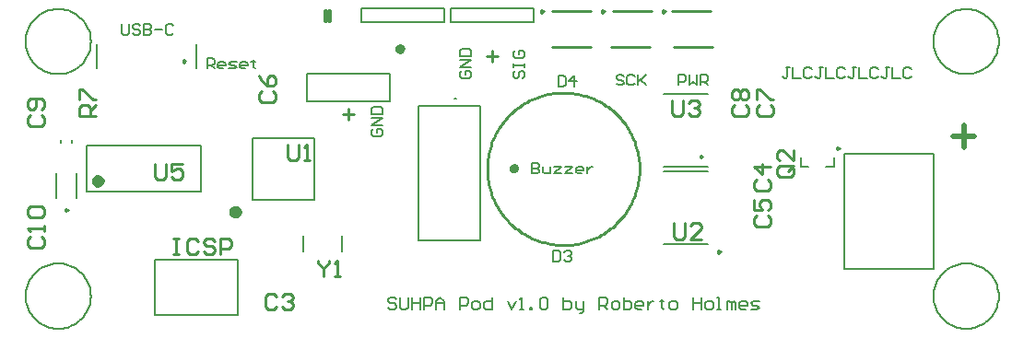
<source format=gto>
%FSTAX23Y23*%
%MOIN*%
%SFA1B1*%

%IPPOS*%
%ADD10C,0.009840*%
%ADD11C,0.023620*%
%ADD12C,0.019680*%
%ADD13C,0.010000*%
%ADD14C,0.007870*%
%ADD15C,0.008000*%
%ADD16C,0.015750*%
%ADD17C,0.005000*%
%LNpod-1*%
%LPD*%
G54D10*
X02459Y00635D02*
X02452Y00639D01*
Y0063*
X02459Y00635*
X02524Y0029D02*
X02517Y00294D01*
Y00285*
X02524Y0029*
X00277Y00547D02*
X0027Y00551D01*
Y00542*
X00277Y00547*
X00769Y00425D02*
X00762Y00429D01*
Y0042*
X00769Y00425*
X02954Y00664D02*
X02947Y00668D01*
Y0066*
X02954Y00664*
X00589Y0098D02*
X00582Y00984D01*
Y00975*
X00589Y0098*
X00164Y00442D02*
X00157Y00446D01*
Y00438*
X00164Y00442*
X01679Y00999D02*
X01719D01*
X01699Y01019D02*
Y00979D01*
X01159Y00789D02*
X01199D01*
X01179Y00809D02*
Y00769D01*
G54D11*
X00284Y00547D02*
X0028Y00556D01*
X0027Y00558*
X00262Y00552*
Y00542*
X0027Y00535*
X0028Y00538*
X00284Y00547*
X00781Y00435D02*
X00777Y00444D01*
X00767Y00446*
X00759Y0044*
Y00429*
X00767Y00423*
X00777Y00425*
X00781Y00435*
G54D12*
X01374Y01023D02*
X01369Y01031D01*
X0136Y01028*
Y01019*
X01369Y01016*
X01374Y01023*
X01787Y0059D02*
X01781Y00598D01*
X01773Y00595*
Y00585*
X01781Y00583*
X01787Y0059*
X03364Y00709D02*
X03443D01*
X03404Y00748D02*
Y00669D01*
G54D13*
X02232Y0059D02*
X02232Y006D01*
X02231Y0061*
X0223Y0062*
X02229Y0063*
X02227Y0064*
X02225Y0065*
X02223Y00659*
X0222Y00669*
X02217Y00679*
X02214Y00688*
X0221Y00697*
X02206Y00706*
X02202Y00715*
X02197Y00724*
X02192Y00733*
X02187Y00741*
X02181Y0075*
X02175Y00758*
X02169Y00765*
X02162Y00773*
X02155Y0078*
X02148Y00788*
X02141Y00794*
X02134Y00801*
X02126Y00807*
X02118Y00813*
X0211Y00819*
X02101Y00824*
X02093Y0083*
X02084Y00834*
X02075Y00839*
X02066Y00843*
X02056Y00847*
X02047Y0085*
X02038Y00853*
X02028Y00856*
X02018Y00859*
X02008Y00861*
X01999Y00862*
X01989Y00864*
X01979Y00865*
X01969Y00865*
X01959Y00866*
X01949Y00866*
X01939Y00865*
X01929Y00864*
X01919Y00863*
X01909Y00862*
X01899Y0086*
X01889Y00857*
X0188Y00855*
X0187Y00852*
X01861Y00849*
X01851Y00845*
X01842Y00841*
X01833Y00837*
X01824Y00832*
X01816Y00827*
X01807Y00822*
X01799Y00816*
X01791Y0081*
X01783Y00804*
X01775Y00798*
X01768Y00791*
X0176Y00784*
X01754Y00777*
X01747Y00769*
X01741Y00762*
X01734Y00754*
X01729Y00745*
X01723Y00737*
X01718Y00729*
X01713Y0072*
X01709Y00711*
X01704Y00702*
X017Y00693*
X01697Y00683*
X01694Y00674*
X01691Y00664*
X01688Y00655*
X01686Y00645*
X01684Y00635*
X01683Y00625*
X01682Y00615*
X01681Y00605*
X01681Y00595*
Y00585*
X01681Y00575*
X01682Y00565*
X01683Y00555*
X01684Y00545*
X01686Y00535*
X01688Y00526*
X01691Y00516*
X01694Y00506*
X01697Y00497*
X017Y00487*
X01704Y00478*
X01709Y00469*
X01713Y0046*
X01718Y00452*
X01723Y00443*
X01729Y00435*
X01734Y00426*
X01741Y00419*
X01747Y00411*
X01754Y00403*
X0176Y00396*
X01768Y00389*
X01775Y00382*
X01783Y00376*
X01791Y0037*
X01799Y00364*
X01807Y00358*
X01816Y00353*
X01824Y00348*
X01833Y00343*
X01842Y00339*
X01851Y00335*
X01861Y00332*
X0187Y00328*
X0188Y00325*
X01889Y00323*
X01899Y0032*
X01909Y00319*
X01919Y00317*
X01929Y00316*
X01939Y00315*
X01949Y00315*
X01959Y00314*
X01969Y00315*
X01979Y00315*
X01989Y00316*
X01999Y00318*
X02008Y00319*
X02018Y00322*
X02028Y00324*
X02038Y00327*
X02047Y0033*
X02056Y00333*
X02066Y00337*
X02075Y00341*
X02084Y00346*
X02093Y00351*
X02101Y00356*
X0211Y00361*
X02118Y00367*
X02126Y00373*
X02134Y00379*
X02141Y00386*
X02148Y00393*
X02155Y004*
X02162Y00407*
X02169Y00415*
X02175Y00422*
X02181Y00431*
X02187Y00439*
X02192Y00447*
X02197Y00456*
X02202Y00465*
X02206Y00474*
X0221Y00483*
X02214Y00492*
X02217Y00502*
X0222Y00511*
X02223Y00521*
X02225Y0053*
X02227Y0054*
X02229Y0055*
X0223Y0056*
X02231Y0057*
X02232Y0058*
X02232Y0059*
X01884Y0116D02*
X01877Y01163D01*
Y01156*
X01884Y0116*
X02324D02*
X02317Y01163D01*
Y01156*
X02324Y0116*
X02104D02*
X02097Y01163D01*
Y01156*
X02104Y0116*
X02355Y0103D02*
X02494D01*
X0213D02*
X0227D01*
X01915Y0116D02*
X02054D01*
X01915Y0103D02*
X02054D01*
X0235Y0116D02*
X0249D01*
X02135D02*
X02275D01*
X0107Y00259D02*
Y00249D01*
X0109Y0023*
X0111Y00249*
Y00259*
X0109Y0023D02*
Y002D01*
X01129D02*
X01149D01*
X01139*
Y00259*
X01129Y00249*
X02779Y006D02*
X0274D01*
X0273Y0059*
Y0057*
X0274Y0056*
X02779*
X02789Y0057*
Y0059*
X0277Y0058D02*
X02789Y006D01*
Y0059D02*
X02779Y006D01*
X02789Y00659D02*
Y0062D01*
X0275Y00659*
X0274*
X0273Y00649*
Y00629*
X0274Y0062*
X02355Y00394D02*
Y00345D01*
X02365Y00335*
X02385*
X02395Y00345*
Y00394*
X02454Y00335D02*
X02415D01*
X02454Y00375*
Y00384*
X02444Y00394*
X02424*
X02415Y00384*
X02655Y0042D02*
X02645Y0041D01*
Y0039*
X02655Y0038*
X02694*
X02704Y0039*
Y0041*
X02694Y0042*
X02645Y00479D02*
Y0044D01*
X02675*
X02665Y00459*
Y00469*
X02675Y00479*
X02694*
X02704Y00469*
Y00449*
X02694Y0044*
X02655Y0055D02*
X02645Y0054D01*
Y0052*
X02655Y0051*
X02694*
X02704Y0052*
Y0054*
X02694Y0055*
X02704Y00599D02*
X02645D01*
X02675Y0057*
Y00609*
X0235Y00839D02*
Y0079D01*
X0236Y0078*
X0238*
X0239Y0079*
Y00839*
X0241Y00829D02*
X02419Y00839D01*
X02439*
X02449Y00829*
Y0082*
X02439Y0081*
X02429*
X02439*
X02449Y008*
Y0079*
X02439Y0078*
X02419*
X0241Y0079*
X02575Y0082D02*
X02565Y0081D01*
Y0079*
X02575Y0078*
X02614*
X02624Y0079*
Y0081*
X02614Y0082*
X02575Y0084D02*
X02565Y00849D01*
Y00869*
X02575Y00879*
X02585*
X02595Y00869*
X02605Y00879*
X02614*
X02624Y00869*
Y00849*
X02614Y0084*
X02605*
X02595Y00849*
X02585Y0084*
X02575*
X02595Y00849D02*
Y00869D01*
X02665Y0082D02*
X02655Y0081D01*
Y0079*
X02665Y0078*
X02704*
X02714Y0079*
Y0081*
X02704Y0082*
X02655Y0084D02*
Y00879D01*
X02665*
X02704Y0084*
X02714*
X0003Y00345D02*
X0002Y00335D01*
Y00315*
X0003Y00305*
X00069*
X00079Y00315*
Y00335*
X00069Y00345*
X00079Y00365D02*
Y00385D01*
Y00375*
X0002*
X0003Y00365*
Y00414D02*
X0002Y00424D01*
Y00444*
X0003Y00454*
X00069*
X00079Y00444*
Y00424*
X00069Y00414*
X0003*
Y00785D02*
X0002Y00775D01*
Y00755*
X0003Y00745*
X00069*
X00079Y00755*
Y00775*
X00069Y00785*
Y00805D02*
X00079Y00814D01*
Y00834*
X00069Y00844*
X0003*
X0002Y00834*
Y00814*
X0003Y00805*
X0004*
X0005Y00814*
Y00844*
X0048Y00609D02*
Y0056D01*
X0049Y0055*
X0051*
X0052Y0056*
Y00609*
X00579D02*
X0054D01*
Y0058*
X00559Y0059*
X00569*
X00579Y0058*
Y0056*
X00569Y0055*
X00549*
X0054Y0056*
X0096Y00679D02*
Y0063D01*
X0097Y0062*
X0099*
X01Y0063*
Y00679*
X01019Y0062D02*
X01039D01*
X01029*
Y00679*
X01019Y00669*
X00264Y0078D02*
X00205D01*
Y0081*
X00215Y0082*
X00235*
X00245Y0081*
Y0078*
Y008D02*
X00264Y0082D01*
X00205Y0084D02*
Y00879D01*
X00215*
X00254Y0084*
X00264*
X00545Y00339D02*
X00565D01*
X00555*
Y0028*
X00545*
X00565*
X00635Y00329D02*
X00625Y00339D01*
X00605*
X00595Y00329*
Y0029*
X00605Y0028*
X00625*
X00635Y0029*
X00694Y00329D02*
X00684Y00339D01*
X00665*
X00655Y00329*
Y0032*
X00665Y0031*
X00684*
X00694Y003*
Y0029*
X00684Y0028*
X00665*
X00655Y0029*
X00714Y0028D02*
Y00339D01*
X00744*
X00754Y00329*
Y0031*
X00744Y003*
X00714*
X00865Y0087D02*
X00855Y0086D01*
Y0084*
X00865Y0083*
X00904*
X00914Y0084*
Y0086*
X00904Y0087*
X00855Y00929D02*
X00865Y00909D01*
X00885Y0089*
X00904*
X00914Y00899*
Y00919*
X00904Y00929*
X00895*
X00885Y00919*
Y0089*
X0092Y00129D02*
X0091Y00139D01*
X0089*
X0088Y00129*
Y0009*
X0089Y0008*
X0091*
X0092Y0009*
X0094Y00129D02*
X00949Y00139D01*
X00969*
X00979Y00129*
Y0012*
X00969Y0011*
X00959*
X00969*
X00979Y001*
Y0009*
X00969Y0008*
X00949*
X0094Y0009*
G54D14*
X01568Y00843D02*
X01561D01*
X01568*
X00248Y01051D02*
X00247Y01061D01*
X00246Y01071*
X00244Y0108*
X00241Y0109*
X00237Y01099*
X00233Y01108*
X00227Y01117*
X00221Y01125*
X00215Y01132*
X00207Y01139*
X002Y01146*
X00191Y01151*
X00183Y01156*
X00173Y0116*
X00164Y01164*
X00154Y01166*
X00144Y01168*
X00134Y01169*
X00124*
X00114Y01168*
X00105Y01166*
X00095Y01164*
X00085Y0116*
X00076Y01156*
X00067Y01151*
X00059Y01146*
X00051Y01139*
X00044Y01132*
X00038Y01125*
X00032Y01117*
X00026Y01108*
X00022Y01099*
X00018Y0109*
X00015Y0108*
X00013Y01071*
X00012Y01061*
X00011Y01051*
X00012Y01041*
X00013Y01031*
X00015Y01021*
X00018Y01011*
X00022Y01002*
X00026Y00993*
X00032Y00985*
X00038Y00976*
X00044Y00969*
X00051Y00962*
X00059Y00956*
X00068Y0095*
X00076Y00945*
X00085Y00941*
X00095Y00938*
X00105Y00935*
X00114Y00934*
X00124Y00933*
X00134*
X00144Y00934*
X00154Y00935*
X00164Y00938*
X00173Y00941*
X00183Y00945*
X00191Y0095*
X002Y00956*
X00207Y00962*
X00215Y00969*
X00221Y00976*
X00227Y00985*
X00233Y00993*
X00237Y01002*
X00241Y01011*
X00244Y01021*
X00246Y01031*
X00247Y01041*
X00248Y01051*
X0232Y00581D02*
X0248D01*
X0232Y00318D02*
X0248D01*
X01155Y00291D02*
Y00348D01*
X01014Y00291D02*
Y00348D01*
X0232Y00861D02*
X0248D01*
X0232Y00598D02*
X0248D01*
X02973Y00229D02*
X03296D01*
X02973D02*
Y00646D01*
X03296*
Y00229D02*
Y00646D01*
X00646Y00507D02*
Y00673D01*
X00233Y00507D02*
Y00673D01*
X00646*
X00233Y00507D02*
X00646D01*
X01057Y00478D02*
Y00702D01*
X00832Y00478D02*
Y00702D01*
X01057*
X00832Y00478D02*
X01057D01*
X02934Y00597D02*
Y00632D01*
X02906Y00597D02*
X02934D01*
X02815D02*
Y00632D01*
Y00597D02*
X02843D01*
X0155Y0117D02*
X0185D01*
X0155Y0112D02*
Y0117D01*
X0185Y0112D02*
Y0117D01*
X0155Y0112D02*
X0185D01*
X01225Y0117D02*
X01525D01*
X01225Y0112D02*
Y0117D01*
X01525Y0112D02*
Y0117D01*
X01225Y0112D02*
X01525D01*
X0103Y00835D02*
X0133D01*
Y00935*
X0103D02*
X0133D01*
X0103Y00835D02*
Y00935D01*
X0027Y00955D02*
Y01041D01*
X00629Y00955D02*
Y01041D01*
X0048Y0006D02*
Y0026D01*
X0078Y0006D02*
Y0026D01*
X0048Y0006D02*
X0078D01*
X0048Y0026D02*
X0078D01*
X0048D02*
X00671D01*
X00139Y00685D02*
Y00694D01*
X0018Y00685D02*
Y00694D01*
X00196Y00484D02*
Y00575D01*
X00123Y00484D02*
Y00575D01*
G54D15*
X03531Y01051D02*
X03531Y01061D01*
X03529Y01071*
X03527Y0108*
X03524Y0109*
X03521Y01099*
X03516Y01108*
X03511Y01117*
X03505Y01125*
X03498Y01132*
X03491Y01139*
X03483Y01146*
X03475Y01151*
X03466Y01156*
X03457Y0116*
X03447Y01164*
X03438Y01166*
X03428Y01168*
X03418Y01169*
X03408*
X03398Y01168*
X03388Y01166*
X03378Y01164*
X03369Y0116*
X0336Y01156*
X03351Y01151*
X03343Y01146*
X03335Y01139*
X03328Y01132*
X03321Y01125*
X03315Y01117*
X0331Y01108*
X03305Y01099*
X03302Y0109*
X03299Y0108*
X03296Y01071*
X03295Y01061*
X03295Y01051*
X03295Y01041*
X03296Y01031*
X03299Y01021*
X03302Y01011*
X03305Y01002*
X0331Y00993*
X03315Y00985*
X03321Y00976*
X03328Y00969*
X03335Y00962*
X03343Y00956*
X03351Y0095*
X0336Y00945*
X03369Y00941*
X03378Y00938*
X03388Y00935*
X03398Y00934*
X03408Y00933*
X03418*
X03428Y00934*
X03438Y00935*
X03447Y00938*
X03457Y00941*
X03466Y00945*
X03475Y0095*
X03483Y00956*
X03491Y00962*
X03498Y00969*
X03505Y00976*
X03511Y00985*
X03516Y00993*
X03521Y01002*
X03524Y01011*
X03527Y01021*
X03529Y01031*
X03531Y01041*
X03531Y01051*
Y00129D02*
X03531Y00139D01*
X03529Y00149*
X03527Y00159*
X03524Y00169*
X03521Y00178*
X03516Y00187*
X03511Y00196*
X03505Y00204*
X03498Y00211*
X03491Y00218*
X03483Y00224*
X03475Y0023*
X03466Y00235*
X03457Y00239*
X03447Y00242*
X03438Y00245*
X03428Y00247*
X03418Y00247*
X03408*
X03398Y00247*
X03388Y00245*
X03378Y00242*
X03369Y00239*
X0336Y00235*
X03351Y0023*
X03343Y00224*
X03335Y00218*
X03328Y00211*
X03321Y00204*
X03315Y00196*
X0331Y00187*
X03305Y00178*
X03302Y00169*
X03299Y00159*
X03296Y00149*
X03295Y00139*
X03295Y00129*
X03295Y00119*
X03296Y00109*
X03299Y001*
X03302Y0009*
X03305Y00081*
X0331Y00072*
X03315Y00063*
X03321Y00055*
X03328Y00048*
X03335Y00041*
X03343Y00034*
X03351Y00029*
X0336Y00024*
X03369Y0002*
X03378Y00016*
X03388Y00014*
X03398Y00012*
X03408Y00011*
X03418*
X03428Y00012*
X03438Y00014*
X03447Y00016*
X03457Y0002*
X03466Y00024*
X03475Y00029*
X03483Y00034*
X03491Y00041*
X03498Y00048*
X03505Y00055*
X03511Y00063*
X03516Y00072*
X03521Y00081*
X03524Y0009*
X03527Y001*
X03529Y00109*
X03531Y00119*
X03531Y00129*
X00248D02*
X00247Y00139D01*
X00246Y00149*
X00244Y00159*
X00241Y00169*
X00237Y00178*
X00233Y00187*
X00227Y00196*
X00221Y00204*
X00215Y00211*
X00207Y00218*
X002Y00224*
X00191Y0023*
X00183Y00235*
X00173Y00239*
X00164Y00242*
X00154Y00245*
X00144Y00247*
X00134Y00247*
X00124*
X00114Y00247*
X00105Y00245*
X00095Y00242*
X00085Y00239*
X00076Y00235*
X00067Y0023*
X00059Y00224*
X00051Y00218*
X00044Y00211*
X00038Y00204*
X00032Y00196*
X00026Y00187*
X00022Y00178*
X00018Y00169*
X00015Y00159*
X00013Y00149*
X00012Y00139*
X00011Y00129*
X00012Y00119*
X00013Y00109*
X00015Y001*
X00018Y0009*
X00022Y00081*
X00026Y00072*
X00032Y00063*
X00038Y00055*
X00044Y00048*
X00051Y00041*
X00059Y00034*
X00068Y00029*
X00076Y00024*
X00085Y0002*
X00095Y00016*
X00105Y00014*
X00114Y00012*
X00124Y00011*
X00134*
X00144Y00012*
X00154Y00014*
X00164Y00016*
X00173Y0002*
X00183Y00024*
X00191Y00029*
X002Y00034*
X00207Y00041*
X00215Y00048*
X00221Y00055*
X00227Y00063*
X00233Y00072*
X00237Y00081*
X00241Y0009*
X00244Y001*
X00246Y00109*
X00247Y00119*
X00248Y00129*
X0036Y01114D02*
Y0108D01*
X00366Y01074*
X0038*
X00386Y0108*
Y01114*
X00426Y01107D02*
X0042Y01114D01*
X00406*
X004Y01107*
Y011*
X00406Y01094*
X0042*
X00426Y01087*
Y0108*
X0042Y01074*
X00406*
X004Y0108*
X0044Y01114D02*
Y01074D01*
X0046*
X00466Y0108*
Y01087*
X0046Y01094*
X0044*
X0046*
X00466Y011*
Y01107*
X0046Y01114*
X0044*
X0048Y01094D02*
X00506D01*
X00546Y01107D02*
X0054Y01114D01*
X00526*
X0052Y01107*
Y0108*
X00526Y01074*
X0054*
X00546Y0108*
X00668Y00953D02*
Y00992D01*
X00687*
X00694Y00986*
Y00972*
X00687Y00966*
X00668*
X00681D02*
X00694Y00953D01*
X00727D02*
X00714D01*
X00707Y00959*
Y00972*
X00714Y00979*
X00727*
X00734Y00972*
Y00966*
X00707*
X00747Y00953D02*
X00767D01*
X00774Y00959*
X00767Y00966*
X00754*
X00747Y00972*
X00754Y00979*
X00774*
X00807Y00953D02*
X00794D01*
X00787Y00959*
Y00972*
X00794Y00979*
X00807*
X00814Y00972*
Y00966*
X00787*
X00834Y00986D02*
Y00979D01*
X00827*
X00841*
X00834*
Y00959*
X00841Y00953*
X01351Y00118D02*
X01344Y00125D01*
X0133*
X01323Y00118*
Y00111*
X0133Y00104*
X01344*
X01351Y00096*
Y00089*
X01344Y00082*
X0133*
X01323Y00089*
X01366Y00125D02*
Y00089D01*
X01373Y00082*
X01387*
X01395Y00089*
Y00125*
X01409D02*
Y00082D01*
Y00104*
X01438*
Y00125*
Y00082*
X01452D02*
Y00125D01*
X01474*
X01481Y00118*
Y00104*
X01474Y00096*
X01452*
X01496Y00082D02*
Y00111D01*
X0151Y00125*
X01525Y00111*
Y00082*
Y00104*
X01496*
X01582Y00082D02*
Y00125D01*
X01604*
X01611Y00118*
Y00104*
X01604Y00096*
X01582*
X01633Y00082D02*
X01647D01*
X01654Y00089*
Y00104*
X01647Y00111*
X01633*
X01626Y00104*
Y00089*
X01633Y00082*
X01698Y00125D02*
Y00082D01*
X01676*
X01669Y00089*
Y00104*
X01676Y00111*
X01698*
X01755D02*
X0177Y00082D01*
X01784Y00111*
X01799Y00082D02*
X01813D01*
X01806*
Y00125*
X01799Y00118*
X01835Y00082D02*
Y00089D01*
X01842*
Y00082*
X01835*
X01871Y00118D02*
X01878Y00125D01*
X01893*
X019Y00118*
Y00089*
X01893Y00082*
X01878*
X01871Y00089*
Y00118*
X01957Y00125D02*
Y00082D01*
X01979*
X01986Y00089*
Y00096*
Y00104*
X01979Y00111*
X01957*
X02001D02*
Y00089D01*
X02008Y00082*
X0203*
Y00075*
X02022Y00068*
X02015*
X0203Y00082D02*
Y00111D01*
X02087Y00082D02*
Y00125D01*
X02109*
X02116Y00118*
Y00104*
X02109Y00096*
X02087*
X02102D02*
X02116Y00082D01*
X02138D02*
X02152D01*
X0216Y00089*
Y00104*
X02152Y00111*
X02138*
X02131Y00104*
Y00089*
X02138Y00082*
X02174Y00125D02*
Y00082D01*
X02196*
X02203Y00089*
Y00096*
Y00104*
X02196Y00111*
X02174*
X02239Y00082D02*
X02224D01*
X02217Y00089*
Y00104*
X02224Y00111*
X02239*
X02246Y00104*
Y00096*
X02217*
X02261Y00111D02*
Y00082D01*
Y00096*
X02268Y00104*
X02275Y00111*
X02282*
X02311Y00118D02*
Y00111D01*
X02304*
X02318*
X02311*
Y00089*
X02318Y00082*
X02347D02*
X02362D01*
X02369Y00089*
Y00104*
X02362Y00111*
X02347*
X0234Y00104*
Y00089*
X02347Y00082*
X02426Y00125D02*
Y00082D01*
Y00104*
X02455*
Y00125*
Y00082*
X02477D02*
X02491D01*
X02499Y00089*
Y00104*
X02491Y00111*
X02477*
X0247Y00104*
Y00089*
X02477Y00082*
X02513D02*
X02527D01*
X0252*
Y00125*
X02513*
X02549Y00082D02*
Y00111D01*
X02556*
X02564Y00104*
Y00082*
Y00104*
X02571Y00111*
X02578Y00104*
Y00082*
X02614D02*
X026D01*
X02592Y00089*
Y00104*
X026Y00111*
X02614*
X02621Y00104*
Y00096*
X02592*
X02636Y00082D02*
X02657D01*
X02665Y00089*
X02657Y00096*
X02643*
X02636Y00104*
X02643Y00111*
X02665*
X01843Y00612D02*
Y00573D01*
X01862*
X01869Y00579*
Y00586*
X01862Y00592*
X01843*
X01862*
X01869Y00599*
Y00606*
X01862Y00612*
X01843*
X01882Y00599D02*
Y00579D01*
X01889Y00573*
X01909*
Y00599*
X01922D02*
X01949D01*
X01922Y00573*
X01949*
X01962Y00599D02*
X01989D01*
X01962Y00573*
X01989*
X02022D02*
X02009D01*
X02002Y00579*
Y00592*
X02009Y00599*
X02022*
X02029Y00592*
Y00586*
X02002*
X02042Y00599D02*
Y00573D01*
Y00586*
X02049Y00592*
X02056Y00599*
X02062*
X0192Y00294D02*
Y00254D01*
X0194*
X01947Y00261*
Y00287*
X0194Y00294*
X0192*
X0196Y00287D02*
X01967Y00294D01*
X0198*
X01987Y00287*
Y00281*
X0198Y00274*
X01973*
X0198*
X01987Y00267*
Y00261*
X0198Y00254*
X01967*
X0196Y00261*
X01783Y00944D02*
X01777Y00937D01*
Y00924*
X01783Y00918*
X0179*
X01797Y00924*
Y00937*
X01803Y00944*
X0181*
X01817Y00937*
Y00924*
X0181Y00918*
X01777Y00957D02*
Y00971D01*
Y00964*
X01817*
Y00957*
Y00971*
X01783Y01017D02*
X01777Y01011D01*
Y00997*
X01783Y00991*
X0181*
X01817Y00997*
Y01011*
X0181Y01017*
X01797*
Y01004*
X01588Y00944D02*
X01582Y00937D01*
Y00924*
X01588Y00918*
X01615*
X01622Y00924*
Y00937*
X01615Y00944*
X01602*
Y00931*
X01622Y00957D02*
X01582D01*
X01622Y00984*
X01582*
Y00997D02*
X01622D01*
Y01017*
X01615Y01024*
X01588*
X01582Y01017*
Y00997*
X01268Y00734D02*
X01262Y00727D01*
Y00714*
X01268Y00708*
X01295*
X01302Y00714*
Y00727*
X01295Y00734*
X01282*
Y00721*
X01302Y00747D02*
X01262D01*
X01302Y00774*
X01262*
Y00787D02*
X01302D01*
Y00807*
X01295Y00814*
X01268*
X01262Y00807*
Y00787*
X02774Y00957D02*
X02761D01*
X02767*
Y00924*
X02761Y00918*
X02754*
X02748Y00924*
X02787Y00957D02*
Y00918D01*
X02814*
X02854Y00951D02*
X02847Y00957D01*
X02834*
X02827Y00951*
Y00924*
X02834Y00918*
X02847*
X02854Y00924*
X02894Y00957D02*
X02881D01*
X02887*
Y00924*
X02881Y00918*
X02874*
X02867Y00924*
X02907Y00957D02*
Y00918D01*
X02934*
X02974Y00951D02*
X02967Y00957D01*
X02954*
X02947Y00951*
Y00924*
X02954Y00918*
X02967*
X02974Y00924*
X03014Y00957D02*
X03001D01*
X03007*
Y00924*
X03001Y00918*
X02994*
X02987Y00924*
X03027Y00957D02*
Y00918D01*
X03054*
X03094Y00951D02*
X03087Y00957D01*
X03074*
X03067Y00951*
Y00924*
X03074Y00918*
X03087*
X03094Y00924*
X03134Y00957D02*
X03121D01*
X03127*
Y00924*
X03121Y00918*
X03114*
X03107Y00924*
X03147Y00957D02*
Y00918D01*
X03174*
X03214Y00951D02*
X03207Y00957D01*
X03194*
X03187Y00951*
Y00924*
X03194Y00918*
X03207*
X03214Y00924*
X01938Y00927D02*
Y00888D01*
X01957*
X01964Y00894*
Y00921*
X01957Y00927*
X01938*
X01997Y00888D02*
Y00927D01*
X01977Y00907*
X02004*
X02373Y00893D02*
Y00932D01*
X02392*
X02399Y00926*
Y00912*
X02392Y00906*
X02373*
X02412Y00932D02*
Y00893D01*
X02426Y00906*
X02439Y00893*
Y00932*
X02452Y00893D02*
Y00932D01*
X02472*
X02479Y00926*
Y00912*
X02472Y00906*
X02452*
X02466D02*
X02479Y00893D01*
X02174Y00926D02*
X02167Y00932D01*
X02154*
X02148Y00926*
Y00919*
X02154Y00912*
X02167*
X02174Y00906*
Y00899*
X02167Y00893*
X02154*
X02148Y00899*
X02214Y00926D02*
X02207Y00932D01*
X02194*
X02187Y00926*
Y00899*
X02194Y00893*
X02207*
X02214Y00899*
X02227Y00932D02*
Y00893D01*
Y00906*
X02254Y00932*
X02234Y00912*
X02254Y00893*
G54D16*
X01095Y01129D02*
Y0116D01*
X01109Y01129D02*
Y0116D01*
G54D17*
X01431Y00819D02*
X01657D01*
Y00331D02*
Y00819D01*
X01431Y00331D02*
X01657D01*
X01431D02*
Y00819D01*
M02*
</source>
